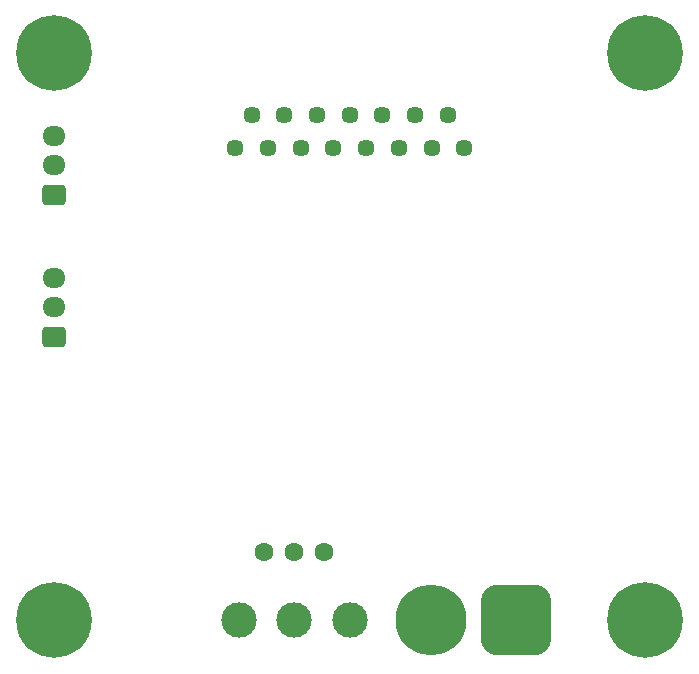
<source format=gbr>
%TF.GenerationSoftware,KiCad,Pcbnew,8.0.0-8.0.0-1~ubuntu22.04.1*%
%TF.CreationDate,2024-03-31T18:51:45+02:00*%
%TF.ProjectId,ProjetCorps,50726f6a-6574-4436-9f72-70732e6b6963,rev?*%
%TF.SameCoordinates,Original*%
%TF.FileFunction,Soldermask,Bot*%
%TF.FilePolarity,Negative*%
%FSLAX46Y46*%
G04 Gerber Fmt 4.6, Leading zero omitted, Abs format (unit mm)*
G04 Created by KiCad (PCBNEW 8.0.0-8.0.0-1~ubuntu22.04.1) date 2024-03-31 18:51:45*
%MOMM*%
%LPD*%
G01*
G04 APERTURE LIST*
G04 Aperture macros list*
%AMRoundRect*
0 Rectangle with rounded corners*
0 $1 Rounding radius*
0 $2 $3 $4 $5 $6 $7 $8 $9 X,Y pos of 4 corners*
0 Add a 4 corners polygon primitive as box body*
4,1,4,$2,$3,$4,$5,$6,$7,$8,$9,$2,$3,0*
0 Add four circle primitives for the rounded corners*
1,1,$1+$1,$2,$3*
1,1,$1+$1,$4,$5*
1,1,$1+$1,$6,$7*
1,1,$1+$1,$8,$9*
0 Add four rect primitives between the rounded corners*
20,1,$1+$1,$2,$3,$4,$5,0*
20,1,$1+$1,$4,$5,$6,$7,0*
20,1,$1+$1,$6,$7,$8,$9,0*
20,1,$1+$1,$8,$9,$2,$3,0*%
G04 Aperture macros list end*
%ADD10C,0.800000*%
%ADD11C,6.400000*%
%ADD12RoundRect,0.250000X0.725000X-0.600000X0.725000X0.600000X-0.725000X0.600000X-0.725000X-0.600000X0*%
%ADD13O,1.950000X1.700000*%
%ADD14C,3.000000*%
%ADD15C,1.600000*%
%ADD16RoundRect,1.500000X1.500000X1.500000X-1.500000X1.500000X-1.500000X-1.500000X1.500000X-1.500000X0*%
%ADD17C,6.000000*%
%ADD18C,1.447800*%
G04 APERTURE END LIST*
D10*
%TO.C,H102*%
X157600000Y-50000000D03*
X158302944Y-48302944D03*
X158302944Y-51697056D03*
X160000000Y-47600000D03*
D11*
X160000000Y-50000000D03*
D10*
X160000000Y-52400000D03*
X161697056Y-48302944D03*
X161697056Y-51697056D03*
X162400000Y-50000000D03*
%TD*%
%TO.C,H103*%
X107600000Y-98000000D03*
X108302944Y-96302944D03*
X108302944Y-99697056D03*
X110000000Y-95600000D03*
D11*
X110000000Y-98000000D03*
D10*
X110000000Y-100400000D03*
X111697056Y-96302944D03*
X111697056Y-99697056D03*
X112400000Y-98000000D03*
%TD*%
D12*
%TO.C,J103*%
X110000000Y-74000000D03*
D13*
X110000000Y-71500000D03*
X110000000Y-69000000D03*
%TD*%
D10*
%TO.C,H101*%
X107600000Y-50000000D03*
X108302944Y-48302944D03*
X108302944Y-51697056D03*
X110000000Y-47600000D03*
D11*
X110000000Y-50000000D03*
D10*
X110000000Y-52400000D03*
X111697056Y-48302944D03*
X111697056Y-51697056D03*
X112400000Y-50000000D03*
%TD*%
D14*
%TO.C,SW101*%
X125600000Y-98000000D03*
X130300000Y-98000000D03*
X135000000Y-98000000D03*
%TD*%
D15*
%TO.C,U104*%
X127760000Y-92250000D03*
X130300000Y-92250000D03*
X132840000Y-92250000D03*
%TD*%
D16*
%TO.C,J101*%
X149075000Y-98000000D03*
D17*
X141875000Y-98000000D03*
%TD*%
D10*
%TO.C,H104*%
X157600000Y-98000000D03*
X158302944Y-96302944D03*
X158302944Y-99697056D03*
X160000000Y-95600000D03*
D11*
X160000000Y-98000000D03*
D10*
X160000000Y-100400000D03*
X161697056Y-96302944D03*
X161697056Y-99697056D03*
X162400000Y-98000000D03*
%TD*%
D18*
%TO.C,J104*%
X125305003Y-58060007D03*
X128075002Y-58060007D03*
X130845002Y-58060007D03*
X133615002Y-58060007D03*
X136385001Y-58060007D03*
X139155001Y-58060007D03*
X141925000Y-58060007D03*
X144695000Y-58060007D03*
X126690001Y-55220008D03*
X129460001Y-55220008D03*
X132230000Y-55220008D03*
X135000000Y-55220008D03*
X137770000Y-55220008D03*
X140539999Y-55220008D03*
X143309999Y-55220008D03*
%TD*%
D12*
%TO.C,J102*%
X110000000Y-62000000D03*
D13*
X110000000Y-59500000D03*
X110000000Y-57000000D03*
%TD*%
M02*

</source>
